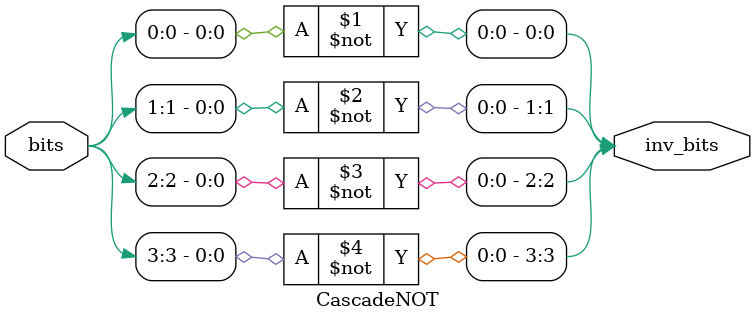
<source format=sv>
module CascadeNOT(
    input [3:0] bits,
    output [3:0] inv_bits
);
    not(inv_bits[0], bits[0]);
    not(inv_bits[1], bits[1]);
    not(inv_bits[2], bits[2]);
    not(inv_bits[3], bits[3]);  // 离散门级描述
endmodule

</source>
